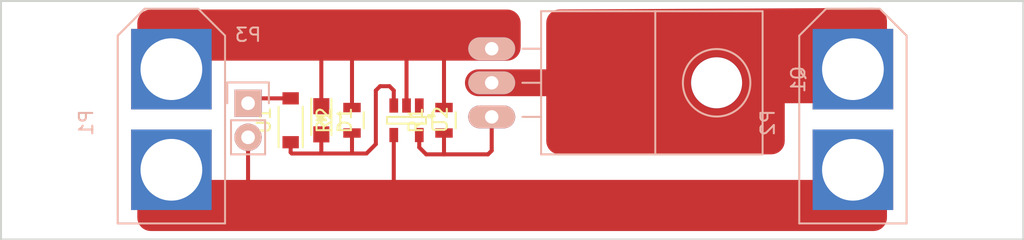
<source format=kicad_pcb>
(kicad_pcb (version 20221018) (generator pcbnew)
  (layers (0 "F.Cu" signal) (31 "B.Cu" signal) (34 "B.Paste" user) (35 "F.Paste" user) (36 "B.SilkS" user "B.Silkscreen") (37 "F.SilkS" user "F.Silkscreen") (38 "B.Mask" user) (39 "F.Mask" user) (44 "Edge.Cuts" user))
  (net 0 "")
  (net 1 "Net-(D1-Pad2)")
  (net 2 "GND")
  (net 3 "+BATT")
  (net 4 "After_Load-")
  (net 5 "Net-(Q1-Pad1)")
  (net 6 "Net-(P3-Pad1)")
  (footprint "LEDs:LED_0805" (layer "F.Cu") (at 150.876 140.97 -90)
    (fp_text reference "D1" (at 0 -1.75 270) (layer "F.SilkS"))
    (fp_text value "LED")
    (fp_line (start -1.6 -0.75) (end 1.1 -0.75) (stroke (width 0.15)) (layer "F.SilkS"))
    (fp_line (start -1.6 0.75) (end 1.1 0.75) (stroke (width 0.15)) (layer "F.SilkS"))
    (fp_line (start -0.35 -0.35) (end -0.35 0.35) (stroke (width 0.15)) (layer "F.SilkS"))
    (fp_line (start -0.35 0) (end 0 -0.35) (stroke (width 0.15)) (layer "F.SilkS"))
    (fp_line (start -0.1 -0.1) (end -0.25 0.05) (stroke (width 0.15)) (layer "F.SilkS"))
    (fp_line (start -0.1 0.15) (end -0.1 -0.1) (stroke (width 0.15)) (layer "F.SilkS"))
    (fp_line (start 0 -0.35) (end 0 0.35) (stroke (width 0.15)) (layer "F.SilkS"))
    (fp_line (start 0 0) (end 0.35 0) (stroke (width 0.15)) (layer "F.SilkS"))
    (fp_line (start 0 0.35) (end -0.35 0) (stroke (width 0.15)) (layer "F.SilkS"))
    (pad "1" smd rect (at -1.04902 0 90) (size 1.19888 1.19888) (layers "F.Cu" "F.Paste" "F.Mask") (net 2 "GND"))
    (pad "2" smd rect (at 1.04902 0 90) (size 1.19888 1.19888) (layers "F.Cu" "F.Paste" "F.Mask") (net 1 "Net-(D1-Pad2)"))
  )
  (footprint "TO_SOT_Packages_SMD:SOT-23-5" (layer "F.Cu") (at 157.226 140.97 -90)
    (fp_text reference "U2" (at -0.05 -2.55 270) (layer "F.SilkS"))
    (fp_text value "LM3490IM5-12/NOPB")
    (fp_line (start -0.25 -1.45) (end -0.25 1.45) (stroke (width 0.15)) (layer "F.SilkS"))
    (fp_line (start -0.25 1.45) (end 0.25 1.45) (stroke (width 0.15)) (layer "F.SilkS"))
    (fp_line (start 0.25 -1.45) (end -0.25 -1.45) (stroke (width 0.15)) (layer "F.SilkS"))
    (fp_line (start 0.25 1.45) (end 0.25 -1.45) (stroke (width 0.15)) (layer "F.SilkS"))
    (fp_circle (center -0.3 -1.7) (end -0.2 -1.7) (stroke (width 0.15)) (fill none) (layer "F.SilkS"))
    (pad "1" smd rect (at -1.1 -0.95 270) (size 1.06 0.65) (layers "F.Cu" "F.Paste" "F.Mask"))
    (pad "2" smd rect (at -1.1 0 270) (size 1.06 0.65) (layers "F.Cu" "F.Paste" "F.Mask") (net 2 "GND"))
    (pad "3" smd rect (at -1.1 0.95 270) (size 1.06 0.65) (layers "F.Cu" "F.Paste" "F.Mask") (net 1 "Net-(D1-Pad2)"))
    (pad "4" smd rect (at 1.1 0.95 270) (size 1.06 0.65) (layers "F.Cu" "F.Paste" "F.Mask") (net 3 "+BATT"))
    (pad "5" smd rect (at 1.1 -0.95 270) (size 1.06 0.65) (layers "F.Cu" "F.Paste" "F.Mask") (net 5 "Net-(Q1-Pad1)"))
  )
  (footprint "Resistors_SMD:R_0805" (layer "F.Cu") (at 160.02 140.97 90)
    (fp_text reference "R1" (at 0 -2.1 90) (layer "F.SilkS"))
    (fp_text value "4.7k")
    (fp_line (start -0.6 -0.875) (end 0.6 -0.875) (stroke (width 0.15)) (layer "F.SilkS"))
    (fp_line (start 0.6 0.875) (end -0.6 0.875) (stroke (width 0.15)) (layer "F.SilkS"))
    (pad "1" smd rect (at -0.95 0 90) (size 0.7 1.3) (layers "F.Cu" "F.Paste" "F.Mask") (net 5 "Net-(Q1-Pad1)"))
    (pad "2" smd rect (at 0.95 0 90) (size 0.7 1.3) (layers "F.Cu" "F.Paste" "F.Mask") (net 2 "GND"))
  )
  (footprint "Resistors_SMD:R_0805" (layer "F.Cu") (at 153.162 140.97 90)
    (fp_text reference "R2" (at 0 -2.1 90) (layer "F.SilkS"))
    (fp_text value "10k")
    (fp_line (start -0.6 -0.875) (end 0.6 -0.875) (stroke (width 0.15)) (layer "F.SilkS"))
    (fp_line (start 0.6 0.875) (end -0.6 0.875) (stroke (width 0.15)) (layer "F.SilkS"))
    (pad "1" smd rect (at -0.95 0 90) (size 0.7 1.3) (layers "F.Cu" "F.Paste" "F.Mask") (net 1 "Net-(D1-Pad2)"))
    (pad "2" smd rect (at 0.95 0 90) (size 0.7 1.3) (layers "F.Cu" "F.Paste" "F.Mask") (net 2 "GND"))
  )
  (footprint "Diodes_SMD:SOD-123" (layer "F.Cu") (at 148.59 140.97 90)
    (fp_text reference "U1" (at 0 -2 90) (layer "F.SilkS"))
    (fp_text value "NSI45020AT1G")
    (fp_line (start -2 -0.9) (end 1 -0.9) (stroke (width 0.15)) (layer "F.SilkS"))
    (fp_line (start -2 0.9) (end 1 0.9) (stroke (width 0.15)) (layer "F.SilkS"))
    (pad "1" smd rect (at -1.635 0 90) (size 0.91 1.22) (layers "F.Cu" "F.Paste" "F.Mask") (net 1 "Net-(D1-Pad2)"))
    (pad "2" smd rect (at 1.635 0 90) (size 0.91 1.22) (layers "F.Cu" "F.Paste" "F.Mask") (net 6 "Net-(P3-Pad1)"))
  )
  (footprint "KiCad-Dev:XT60" (layer "B.Cu") (at 139.7 137.16 -90)
    (fp_text reference "P1" (at 4 6.35 270) (layer "B.SilkS") (effects (justify mirror)))
    (fp_text value "CONN_XT60")
    (fp_line (start -4.5 -2) (end -4.5 2) (stroke (width 0.15)) (layer "B.SilkS"))
    (fp_line (start -4.5 -2) (end -2.5 -4) (stroke (width 0.15)) (layer "B.SilkS"))
    (fp_line (start -4.5 2) (end -2.5 4) (stroke (width 0.15)) (layer "B.SilkS"))
    (fp_line (start -2.5 4) (end 11.5 4) (stroke (width 0.15)) (layer "B.SilkS"))
    (fp_line (start 11.5 -4) (end -2.5 -4) (stroke (width 0.15)) (layer "B.SilkS"))
    (fp_line (start 11.5 -4) (end 11.5 4) (stroke (width 0.15)) (layer "B.SilkS"))
    (pad "1" thru_hole rect (at 0 0 270) (size 6 6) (drill 4.6) (layers "*.Cu" "*.Mask") (net 2 "GND"))
    (pad "2" thru_hole rect (at 7.5 0 270) (size 6 6) (drill 4.6) (layers "*.Cu" "*.Mask") (net 3 "+BATT"))
  )
  (footprint "KiCad-Dev:XT60" (layer "B.Cu") (at 190.5 137.16 -90)
    (fp_text reference "P2" (at 4 6.35 270) (layer "B.SilkS") (effects (justify mirror)))
    (fp_text value "CONN_XT60")
    (fp_line (start -4.5 -2) (end -4.5 2) (stroke (width 0.15)) (layer "B.SilkS"))
    (fp_line (start -4.5 -2) (end -2.5 -4) (stroke (width 0.15)) (layer "B.SilkS"))
    (fp_line (start -4.5 2) (end -2.5 4) (stroke (width 0.15)) (layer "B.SilkS"))
    (fp_line (start -2.5 4) (end 11.5 4) (stroke (width 0.15)) (layer "B.SilkS"))
    (fp_line (start 11.5 -4) (end -2.5 -4) (stroke (width 0.15)) (layer "B.SilkS"))
    (fp_line (start 11.5 -4) (end 11.5 4) (stroke (width 0.15)) (layer "B.SilkS"))
    (pad "1" thru_hole rect (at 0 0 270) (size 6 6) (drill 4.6) (layers "*.Cu" "*.Mask") (net 4 "After_Load-"))
    (pad "2" thru_hole rect (at 7.5 0 270) (size 6 6) (drill 4.6) (layers "*.Cu" "*.Mask") (net 3 "+BATT"))
  )
  (footprint "Pin_Headers:Pin_Header_Straight_1x02" (layer "B.Cu") (at 145.415 139.7 180)
    (fp_text reference "P3" (at 0 5.1 180) (layer "B.SilkS") (effects (justify mirror)))
    (fp_text value "CONN_01X02")
    (fp_line (start -1.55 0) (end -1.55 1.55) (stroke (width 0.15)) (layer "B.SilkS"))
    (fp_line (start -1.55 1.55) (end 1.55 1.55) (stroke (width 0.15)) (layer "B.SilkS"))
    (fp_line (start -1.27 -3.81) (end 1.27 -3.81) (stroke (width 0.15)) (layer "B.SilkS"))
    (fp_line (start -1.27 -1.27) (end -1.27 -3.81) (stroke (width 0.15)) (layer "B.SilkS"))
    (fp_line (start 1.27 -1.27) (end -1.27 -1.27) (stroke (width 0.15)) (layer "B.SilkS"))
    (fp_line (start 1.27 -1.27) (end 1.27 -3.81) (stroke (width 0.15)) (layer "B.SilkS"))
    (fp_line (start 1.55 1.55) (end 1.55 0) (stroke (width 0.15)) (layer "B.SilkS"))
    (pad "1" thru_hole rect (at 0 0 180) (size 2.032 2.032) (drill 1.016) (layers "*.Cu" "*.Mask" "B.SilkS") (net 6 "Net-(P3-Pad1)"))
    (pad "2" thru_hole oval (at 0 -2.54 180) (size 2.032 2.032) (drill 1.016) (layers "*.Cu" "*.Mask" "B.SilkS") (net 3 "+BATT"))
  )
  (footprint "KiCad-Dev:my_TO-220_Neutral123_Horizontal_LargePads" (layer "B.Cu") (at 163.576 138.176 90)
    (fp_text reference "Q1" (at 0.24892 22.84984 90) (layer "B.SilkS") (effects (justify mirror)))
    (fp_text value "IRFB7537PbF")
    (fp_line (start -5.334 12.192) (end -5.334 3.683) (stroke (width 0.15)) (layer "B.SilkS"))
    (fp_line (start -5.334 20.193) (end -5.334 12.192) (stroke (width 0.15)) (layer "B.SilkS"))
    (fp_line (start -2.54 3.683) (end -2.54 2.286) (stroke (width 0.15)) (layer "B.SilkS"))
    (fp_line (start 0 3.683) (end -5.334 3.683) (stroke (width 0.15)) (layer "B.SilkS"))
    (fp_line (start 0 3.683) (end 0 2.286) (stroke (width 0.15)) (layer "B.SilkS"))
    (fp_line (start 0 3.683) (end 5.334 3.683) (stroke (width 0.15)) (layer "B.SilkS"))
    (fp_line (start 2.54 3.683) (end 2.54 2.286) (stroke (width 0.15)) (layer "B.SilkS"))
    (fp_line (start 5.334 3.683) (end 5.334 12.192) (stroke (width 0.15)) (layer "B.SilkS"))
    (fp_line (start 5.334 12.192) (end -5.334 12.192) (stroke (width 0.15)) (layer "B.SilkS"))
    (fp_line (start 5.334 12.192) (end 5.334 20.193) (stroke (width 0.15)) (layer "B.SilkS"))
    (fp_line (start 5.334 20.193) (end -5.334 20.193) (stroke (width 0.15)) (layer "B.SilkS"))
    (fp_circle (center 0 16.764) (end 1.778 14.986) (stroke (width 0.15)) (fill none) (layer "B.SilkS"))
    (pad "1" thru_hole oval (at -2.54 0) (size 3.50012 1.69926) (drill 1.00076) (layers "*.Cu" "*.Mask" "B.SilkS") (net 5 "Net-(Q1-Pad1)"))
    (pad "2" thru_hole oval (at 0 0) (size 3.50012 1.69926) (drill 1.00076) (layers "*.Cu" "*.Mask" "B.SilkS") (net 4 "After_Load-"))
    (pad "2" thru_hole circle (at 0 16.764) (size 3.79984 3.79984) (drill 3.79984) (layers "*.Cu" "*.Mask") (net 4 "After_Load-"))
    (pad "3" thru_hole oval (at 2.54 0) (size 3.50012 1.69926) (drill 1.00076) (layers "*.Cu" "*.Mask" "B.SilkS") (net 2 "GND"))
  )
  (gr_line (start 127 149.86) (end 203.2 149.86) (stroke (width 0.15)) (layer "Edge.Cuts"))
  (gr_line (start 203.2 132.08) (end 127 132.08) (stroke (width 0.15)) (layer "Edge.Cuts"))
  (gr_line (start 203.2 149.86) (end 203.2 132.08) (stroke (width 0.15)) (layer "Edge.Cuts"))
  (gr_line (start 127 132.08) (end 127 149.86) (stroke (width 0.15)) (layer "Edge.Cuts"))
  (segment (start 155.956 138.43) (end 156.276 138.75) (width 0.3) (layer "F.Cu") (net 1))
  (segment (start 155.258183 138.43) (end 155.956 138.43) (width 0.3) (layer "F.Cu") (net 1))
  (segment (start 153.162 141.92) (end 153.162 143.4465) (width 0.3) (layer "F.Cu") (net 1))
  (segment (start 153.162 143.4465) (end 154.2415 143.4465) (width 0.3) (layer "F.Cu") (net 1))
  (segment (start 148.59 142.605) (end 148.59 143.36) (width 0.3) (layer "F.Cu") (net 1))
  (segment (start 154.94 142.748) (end 154.94 138.748183) (width 0.3) (layer "F.Cu") (net 1))
  (segment (start 150.876 142.01902) (end 150.876 143.4465) (width 0.3) (layer "F.Cu") (net 1))
  (segment (start 148.6765 143.4465) (end 150.876 143.4465) (width 0.3) (layer "F.Cu") (net 1))
  (segment (start 156.276 138.75) (end 156.276 139.87) (width 0.3) (layer "F.Cu") (net 1))
  (segment (start 154.2415 143.4465) (end 154.94 142.748) (width 0.3) (layer "F.Cu") (net 1))
  (segment (start 150.876 143.4465) (end 153.162 143.4465) (width 0.3) (layer "F.Cu") (net 1))
  (segment (start 154.94 138.748183) (end 155.258183 138.43) (width 0.3) (layer "F.Cu") (net 1))
  (segment (start 148.59 143.36) (end 148.6765 143.4465) (width 0.3) (layer "F.Cu") (net 1))
  (segment (start 157.226 139.87) (end 157.226 136.144) (width 0.3) (layer "F.Cu") (net 2))
  (segment (start 150.876 139.92098) (end 150.876 135.89) (width 0.3) (layer "F.Cu") (net 2))
  (segment (start 160.02 140.02) (end 160.02 135.89) (width 0.3) (layer "F.Cu") (net 2))
  (segment (start 153.162 140.02) (end 153.162 135.89) (width 0.3) (layer "F.Cu") (net 2))
  (segment (start 156.276 142.07) (end 156.276 145.830385) (width 0.3) (layer "F.Cu") (net 3))
  (segment (start 145.415 142.24) (end 145.415 145.415) (width 0.3) (layer "F.Cu") (net 3))
  (segment (start 162.580501 138.176) (end 173.736 138.176) (width 2) (layer "F.Cu") (net 4))
  (segment (start 163.576 140.716) (end 163.576 143.235217) (width 0.3) (layer "F.Cu") (net 5))
  (segment (start 158.176 142.07) (end 158.176 142.993293) (width 0.3) (layer "F.Cu") (net 5))
  (segment (start 158.692707 143.51) (end 160.02 143.51) (width 0.3) (layer "F.Cu") (net 5))
  (segment (start 163.301217 143.51) (end 163.576 143.235217) (width 0.3) (layer "F.Cu") (net 5))
  (segment (start 160.02 143.51) (end 163.301217 143.51) (width 0.3) (layer "F.Cu") (net 5))
  (segment (start 160.02 141.92) (end 160.02 143.51) (width 0.3) (layer "F.Cu") (net 5))
  (segment (start 158.176 142.993293) (end 158.692707 143.51) (width 0.3) (layer "F.Cu") (net 5))
  (segment (start 145.78 139.335) (end 145.415 139.7) (width 0.3) (layer "F.Cu") (net 6))
  (segment (start 148.59 139.335) (end 145.78 139.335) (width 0.3) (layer "F.Cu") (net 6))
  (zone (net 3) (net_name "+BATT") (layer "F.Cu") (connect_pads yes (clearance 0.508)) (min_thickness 0.254) (fill yes (thermal_gap 0.508) (thermal_bridge_width 0.508) (smoothing fillet) (radius 1))
    (polygon (pts (xy 187.96 142.24) (xy 193.04 142.24) (xy 193.04 149.225) (xy 137.16 149.225) (xy 137.16 142.24) (xy 142.24 142.24) (xy 142.24 145.415) (xy 187.96 145.415)))
  )
  (zone (net 2) (net_name "GND") (layer "F.Cu") (connect_pads yes (clearance 0.508)) (min_thickness 0.254) (fill yes (thermal_gap 0.508) (thermal_bridge_width 0.508) (smoothing fillet) (radius 1))
    (polygon (pts (xy 137.16 132.715) (xy 165.735 132.715) (xy 165.735 136.525) (xy 142.24 136.525) (xy 142.24 139.7) (xy 137.16 139.7)))
  )
  (zone (net 4) (net_name "After_Load-") (layer "F.Cu") (connect_pads yes (clearance 0.508)) (min_thickness 0.254) (fill yes (thermal_gap 0.508) (thermal_bridge_width 0.508) (smoothing fillet) (radius 1))
    (polygon (pts (xy 167.64 132.715) (xy 167.64 143.51) (xy 185.42 143.51) (xy 185.42 139.7) (xy 193.04 139.7) (xy 193.04 132.588)))
  )
)
</source>
